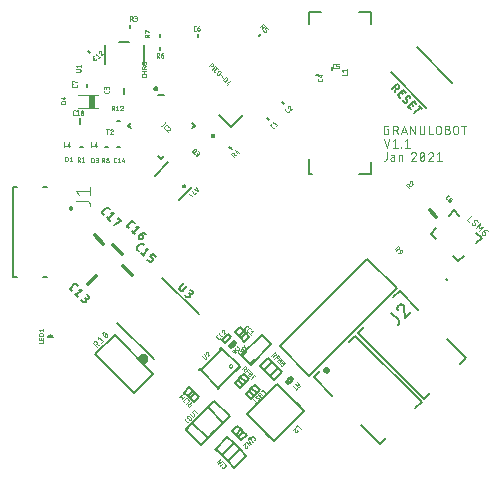
<source format=gbr>
G04 EAGLE Gerber RS-274X export*
G75*
%MOIN*%
%FSLAX34Y34*%
%LPD*%
%INSilkscreen Top*%
%IPPOS*%
%AMOC8*
5,1,8,0,0,1.08239X$1,22.5*%
G01*
%ADD10C,0.003000*%
%ADD11C,0.008000*%
%ADD12C,0.001000*%
%ADD13C,0.005000*%
%ADD14C,0.016000*%
%ADD15C,0.004000*%
%ADD16R,0.023622X0.043307*%
%ADD17R,0.001969X0.019685*%
%ADD18C,0.003937*%
%ADD19C,0.006000*%
%ADD20C,0.007000*%
%ADD21C,0.000000*%
%ADD22C,0.016000*%
%ADD23C,0.012000*%
%ADD24C,0.002000*%
%ADD25C,0.007874*%
%ADD26C,0.011811*%


D10*
X12845Y2669D02*
X12893Y2669D01*
X12893Y2508D01*
X12796Y2508D01*
X12782Y2510D01*
X12768Y2514D01*
X12756Y2522D01*
X12746Y2532D01*
X12738Y2544D01*
X12734Y2558D01*
X12732Y2572D01*
X12732Y2733D01*
X12734Y2747D01*
X12738Y2761D01*
X12746Y2773D01*
X12756Y2783D01*
X12768Y2791D01*
X12782Y2795D01*
X12796Y2797D01*
X12796Y2798D02*
X12893Y2798D01*
X13041Y2798D02*
X13041Y2508D01*
X13041Y2798D02*
X13122Y2798D01*
X13139Y2796D01*
X13155Y2791D01*
X13170Y2783D01*
X13182Y2771D01*
X13192Y2758D01*
X13199Y2742D01*
X13203Y2725D01*
X13203Y2709D01*
X13199Y2692D01*
X13192Y2677D01*
X13182Y2663D01*
X13170Y2651D01*
X13155Y2643D01*
X13139Y2638D01*
X13122Y2636D01*
X13041Y2636D01*
X13138Y2636D02*
X13202Y2508D01*
X13311Y2508D02*
X13408Y2798D01*
X13504Y2508D01*
X13480Y2580D02*
X13335Y2580D01*
X13625Y2508D02*
X13625Y2798D01*
X13786Y2508D01*
X13786Y2798D01*
X13932Y2798D02*
X13932Y2588D01*
X13931Y2588D02*
X13933Y2571D01*
X13938Y2555D01*
X13946Y2540D01*
X13958Y2528D01*
X13972Y2518D01*
X13987Y2511D01*
X14004Y2507D01*
X14020Y2507D01*
X14037Y2511D01*
X14053Y2518D01*
X14066Y2528D01*
X14078Y2540D01*
X14086Y2555D01*
X14091Y2571D01*
X14093Y2588D01*
X14093Y2798D01*
X14240Y2798D02*
X14240Y2508D01*
X14369Y2508D01*
X14479Y2588D02*
X14479Y2717D01*
X14481Y2734D01*
X14486Y2750D01*
X14494Y2765D01*
X14506Y2777D01*
X14520Y2787D01*
X14535Y2794D01*
X14552Y2798D01*
X14568Y2798D01*
X14585Y2794D01*
X14601Y2787D01*
X14614Y2777D01*
X14626Y2765D01*
X14634Y2750D01*
X14639Y2734D01*
X14641Y2717D01*
X14640Y2717D02*
X14640Y2588D01*
X14641Y2588D02*
X14639Y2571D01*
X14634Y2555D01*
X14626Y2540D01*
X14614Y2528D01*
X14601Y2518D01*
X14585Y2511D01*
X14568Y2507D01*
X14552Y2507D01*
X14535Y2511D01*
X14520Y2518D01*
X14506Y2528D01*
X14494Y2540D01*
X14486Y2555D01*
X14481Y2571D01*
X14479Y2588D01*
X14781Y2669D02*
X14862Y2669D01*
X14879Y2667D01*
X14895Y2662D01*
X14910Y2654D01*
X14922Y2642D01*
X14932Y2629D01*
X14939Y2613D01*
X14943Y2596D01*
X14943Y2580D01*
X14939Y2563D01*
X14932Y2548D01*
X14922Y2534D01*
X14910Y2522D01*
X14895Y2514D01*
X14879Y2509D01*
X14862Y2507D01*
X14862Y2508D02*
X14781Y2508D01*
X14781Y2798D01*
X14862Y2798D01*
X14862Y2797D02*
X14876Y2795D01*
X14890Y2791D01*
X14902Y2783D01*
X14912Y2773D01*
X14920Y2761D01*
X14924Y2747D01*
X14926Y2733D01*
X14924Y2719D01*
X14920Y2705D01*
X14912Y2693D01*
X14902Y2683D01*
X14890Y2675D01*
X14876Y2671D01*
X14862Y2669D01*
X15055Y2717D02*
X15055Y2588D01*
X15055Y2717D02*
X15057Y2734D01*
X15062Y2750D01*
X15070Y2765D01*
X15082Y2777D01*
X15096Y2787D01*
X15111Y2794D01*
X15128Y2798D01*
X15144Y2798D01*
X15161Y2794D01*
X15177Y2787D01*
X15190Y2777D01*
X15202Y2765D01*
X15210Y2750D01*
X15215Y2734D01*
X15217Y2717D01*
X15216Y2717D02*
X15216Y2588D01*
X15217Y2588D02*
X15215Y2571D01*
X15210Y2555D01*
X15202Y2540D01*
X15190Y2528D01*
X15177Y2518D01*
X15161Y2511D01*
X15144Y2507D01*
X15128Y2507D01*
X15111Y2511D01*
X15096Y2518D01*
X15082Y2528D01*
X15070Y2540D01*
X15062Y2555D01*
X15057Y2571D01*
X15055Y2588D01*
X15404Y2508D02*
X15404Y2798D01*
X15324Y2798D02*
X15485Y2798D01*
X12829Y2066D02*
X12732Y2356D01*
X12925Y2356D02*
X12829Y2066D01*
X13036Y2291D02*
X13117Y2356D01*
X13117Y2066D01*
X13197Y2066D02*
X13036Y2066D01*
X13310Y2066D02*
X13310Y2082D01*
X13326Y2082D01*
X13326Y2066D01*
X13310Y2066D01*
X13439Y2291D02*
X13520Y2356D01*
X13520Y2066D01*
X13600Y2066D02*
X13439Y2066D01*
X12829Y1914D02*
X12829Y1689D01*
X12828Y1689D02*
X12826Y1675D01*
X12822Y1661D01*
X12814Y1649D01*
X12804Y1639D01*
X12792Y1631D01*
X12778Y1627D01*
X12764Y1625D01*
X12764Y1624D02*
X12732Y1624D01*
X13015Y1737D02*
X13088Y1737D01*
X13015Y1737D02*
X13002Y1735D01*
X12989Y1731D01*
X12978Y1723D01*
X12969Y1713D01*
X12963Y1701D01*
X12959Y1688D01*
X12959Y1674D01*
X12963Y1661D01*
X12969Y1649D01*
X12978Y1639D01*
X12989Y1631D01*
X13002Y1627D01*
X13015Y1625D01*
X13015Y1624D02*
X13088Y1624D01*
X13088Y1769D01*
X13086Y1781D01*
X13082Y1793D01*
X13074Y1803D01*
X13064Y1811D01*
X13052Y1815D01*
X13040Y1817D01*
X13040Y1818D02*
X12975Y1818D01*
X13229Y1818D02*
X13229Y1624D01*
X13229Y1818D02*
X13310Y1818D01*
X13310Y1817D02*
X13322Y1815D01*
X13334Y1811D01*
X13344Y1803D01*
X13352Y1793D01*
X13356Y1781D01*
X13358Y1769D01*
X13358Y1624D01*
X13734Y1915D02*
X13750Y1913D01*
X13766Y1908D01*
X13780Y1899D01*
X13791Y1888D01*
X13800Y1874D01*
X13805Y1858D01*
X13807Y1842D01*
X13734Y1914D02*
X13717Y1913D01*
X13701Y1908D01*
X13686Y1901D01*
X13673Y1891D01*
X13661Y1879D01*
X13652Y1865D01*
X13646Y1850D01*
X13783Y1786D02*
X13793Y1797D01*
X13801Y1811D01*
X13805Y1826D01*
X13807Y1842D01*
X13782Y1785D02*
X13645Y1624D01*
X13806Y1624D01*
X13933Y1769D02*
X13935Y1796D01*
X13939Y1823D01*
X13947Y1849D01*
X13957Y1874D01*
X13964Y1888D01*
X13973Y1899D01*
X13985Y1908D01*
X13999Y1913D01*
X14014Y1915D01*
X14029Y1913D01*
X14043Y1908D01*
X14055Y1899D01*
X14064Y1888D01*
X14071Y1874D01*
X14081Y1849D01*
X14089Y1823D01*
X14093Y1796D01*
X14095Y1769D01*
X13933Y1769D02*
X13935Y1742D01*
X13939Y1715D01*
X13947Y1689D01*
X13957Y1664D01*
X13957Y1665D02*
X13964Y1651D01*
X13973Y1640D01*
X13985Y1631D01*
X13999Y1626D01*
X14014Y1624D01*
X14071Y1664D02*
X14081Y1689D01*
X14089Y1715D01*
X14093Y1742D01*
X14095Y1769D01*
X14071Y1665D02*
X14064Y1651D01*
X14055Y1640D01*
X14043Y1631D01*
X14029Y1626D01*
X14014Y1624D01*
X13949Y1689D02*
X14078Y1850D01*
X14310Y1915D02*
X14326Y1913D01*
X14342Y1908D01*
X14356Y1899D01*
X14367Y1888D01*
X14376Y1874D01*
X14381Y1858D01*
X14383Y1842D01*
X14310Y1914D02*
X14293Y1913D01*
X14277Y1908D01*
X14262Y1901D01*
X14249Y1891D01*
X14237Y1879D01*
X14228Y1865D01*
X14222Y1850D01*
X14359Y1786D02*
X14369Y1797D01*
X14377Y1811D01*
X14381Y1826D01*
X14383Y1842D01*
X14358Y1785D02*
X14221Y1624D01*
X14382Y1624D01*
X14509Y1850D02*
X14590Y1914D01*
X14590Y1624D01*
X14670Y1624D02*
X14509Y1624D01*
D11*
X2612Y2860D02*
X2612Y3060D01*
D12*
X2434Y3153D02*
X2400Y3153D01*
X2390Y3155D01*
X2381Y3159D01*
X2373Y3167D01*
X2369Y3176D01*
X2367Y3186D01*
X2367Y3269D01*
X2369Y3279D01*
X2373Y3288D01*
X2381Y3296D01*
X2390Y3300D01*
X2400Y3302D01*
X2400Y3303D02*
X2434Y3303D01*
X2487Y3269D02*
X2529Y3303D01*
X2529Y3153D01*
X2487Y3153D02*
X2571Y3153D01*
X2631Y3228D02*
X2632Y3247D01*
X2637Y3265D01*
X2644Y3282D01*
X2648Y3291D01*
X2655Y3297D01*
X2664Y3302D01*
X2673Y3303D01*
X2682Y3302D01*
X2691Y3297D01*
X2698Y3291D01*
X2702Y3282D01*
X2709Y3265D01*
X2714Y3247D01*
X2715Y3228D01*
X2631Y3228D02*
X2632Y3209D01*
X2637Y3191D01*
X2644Y3174D01*
X2644Y3173D02*
X2648Y3164D01*
X2655Y3158D01*
X2664Y3153D01*
X2673Y3152D01*
X2702Y3174D02*
X2709Y3191D01*
X2714Y3209D01*
X2715Y3228D01*
X2702Y3173D02*
X2698Y3164D01*
X2691Y3158D01*
X2682Y3153D01*
X2673Y3152D01*
X2640Y3186D02*
X2706Y3269D01*
D11*
X2944Y5211D02*
X2881Y5289D01*
D12*
X3135Y4992D02*
X3161Y5013D01*
X3135Y4992D02*
X3126Y4987D01*
X3116Y4985D01*
X3105Y4986D01*
X3096Y4990D01*
X3088Y4997D01*
X3036Y5062D01*
X3031Y5071D01*
X3029Y5081D01*
X3030Y5092D01*
X3034Y5101D01*
X3041Y5109D01*
X3067Y5130D01*
X3130Y5137D02*
X3142Y5189D01*
X3236Y5072D01*
X3268Y5098D02*
X3203Y5046D01*
X3257Y5283D02*
X3266Y5288D01*
X3275Y5291D01*
X3285Y5291D01*
X3295Y5288D01*
X3303Y5284D01*
X3311Y5277D01*
X3258Y5281D02*
X3250Y5273D01*
X3244Y5262D01*
X3240Y5251D01*
X3240Y5239D01*
X3243Y5227D01*
X3319Y5246D02*
X3319Y5256D01*
X3316Y5267D01*
X3310Y5276D01*
X3319Y5246D02*
X3315Y5136D01*
X3381Y5188D01*
D11*
X7595Y2090D02*
X7665Y2020D01*
D12*
X7649Y1856D02*
X7755Y1750D01*
X7649Y1856D02*
X7678Y1885D01*
X7678Y1886D02*
X7688Y1893D01*
X7699Y1897D01*
X7711Y1898D01*
X7723Y1895D01*
X7733Y1890D01*
X7742Y1881D01*
X7747Y1871D01*
X7750Y1859D01*
X7749Y1847D01*
X7745Y1836D01*
X7738Y1826D01*
X7737Y1826D02*
X7708Y1797D01*
X7743Y1832D02*
X7814Y1808D01*
X7833Y1874D02*
X7774Y1980D01*
X7833Y1874D02*
X7892Y1933D01*
X7897Y1892D02*
X7850Y1939D01*
D11*
X5093Y4037D02*
X5095Y4050D01*
X5100Y4063D01*
X5109Y4074D01*
X5120Y4081D01*
X5133Y4086D01*
X5146Y4087D01*
X5160Y4084D01*
X5172Y4078D01*
X5182Y4069D01*
X5189Y4057D01*
X5193Y4044D01*
X5193Y4030D01*
X5189Y4017D01*
X5182Y4005D01*
X5172Y3996D01*
X5160Y3990D01*
X5146Y3987D01*
X5133Y3988D01*
X5120Y3993D01*
X5109Y4000D01*
X5100Y4011D01*
X5095Y4024D01*
X5093Y4037D01*
X5223Y1784D02*
X5320Y1686D01*
X5417Y1784D01*
X4304Y2703D02*
X4206Y2800D01*
X4304Y2897D01*
X6336Y2703D02*
X6434Y2800D01*
X6336Y2897D01*
X5417Y3816D02*
X5223Y3816D01*
D12*
X5445Y2894D02*
X5339Y2788D01*
X5327Y2800D02*
X5351Y2776D01*
X5457Y2882D02*
X5433Y2906D01*
X5414Y2713D02*
X5438Y2689D01*
X5415Y2713D02*
X5409Y2721D01*
X5405Y2731D01*
X5405Y2741D01*
X5409Y2751D01*
X5415Y2759D01*
X5414Y2760D02*
X5473Y2819D01*
X5474Y2818D02*
X5482Y2824D01*
X5492Y2828D01*
X5502Y2828D01*
X5512Y2824D01*
X5520Y2818D01*
X5520Y2819D02*
X5544Y2795D01*
X5614Y2725D02*
X5620Y2718D01*
X5624Y2709D01*
X5625Y2699D01*
X5624Y2689D01*
X5620Y2681D01*
X5614Y2673D01*
X5614Y2725D02*
X5604Y2732D01*
X5593Y2737D01*
X5581Y2739D01*
X5569Y2738D01*
X5558Y2734D01*
X5585Y2660D02*
X5596Y2661D01*
X5606Y2665D01*
X5614Y2672D01*
X5585Y2660D02*
X5476Y2651D01*
X5535Y2592D01*
D11*
X3950Y2100D02*
X3850Y2100D01*
D12*
X3814Y1570D02*
X3781Y1570D01*
X3771Y1572D01*
X3762Y1576D01*
X3754Y1584D01*
X3750Y1593D01*
X3748Y1603D01*
X3747Y1603D02*
X3747Y1687D01*
X3748Y1687D02*
X3750Y1697D01*
X3754Y1706D01*
X3762Y1714D01*
X3771Y1718D01*
X3781Y1720D01*
X3814Y1720D01*
X3868Y1687D02*
X3909Y1720D01*
X3909Y1570D01*
X3868Y1570D02*
X3951Y1570D01*
X4012Y1603D02*
X4045Y1720D01*
X4012Y1603D02*
X4095Y1603D01*
X4070Y1570D02*
X4070Y1637D01*
D11*
X3550Y2100D02*
X3450Y2100D01*
D12*
X3343Y1718D02*
X3343Y1568D01*
X3343Y1718D02*
X3384Y1718D01*
X3396Y1716D01*
X3407Y1711D01*
X3416Y1704D01*
X3422Y1693D01*
X3426Y1682D01*
X3426Y1670D01*
X3422Y1659D01*
X3416Y1648D01*
X3407Y1641D01*
X3396Y1636D01*
X3384Y1634D01*
X3343Y1634D01*
X3393Y1634D02*
X3426Y1568D01*
X3485Y1609D02*
X3487Y1621D01*
X3492Y1632D01*
X3499Y1641D01*
X3510Y1647D01*
X3521Y1651D01*
X3533Y1651D01*
X3544Y1647D01*
X3555Y1641D01*
X3562Y1632D01*
X3567Y1621D01*
X3569Y1609D01*
X3567Y1597D01*
X3562Y1586D01*
X3555Y1577D01*
X3544Y1571D01*
X3533Y1567D01*
X3521Y1567D01*
X3510Y1571D01*
X3499Y1577D01*
X3492Y1586D01*
X3487Y1597D01*
X3485Y1609D01*
X3494Y1684D02*
X3496Y1694D01*
X3500Y1703D01*
X3508Y1711D01*
X3517Y1715D01*
X3527Y1717D01*
X3537Y1715D01*
X3546Y1711D01*
X3554Y1703D01*
X3558Y1694D01*
X3560Y1684D01*
X3558Y1674D01*
X3554Y1665D01*
X3546Y1657D01*
X3537Y1653D01*
X3527Y1651D01*
X3517Y1653D01*
X3508Y1657D01*
X3500Y1665D01*
X3496Y1674D01*
X3494Y1684D01*
D13*
X7650Y2765D02*
X8039Y3154D01*
X7650Y2765D02*
X7261Y3154D01*
D12*
X6909Y4772D02*
X7015Y4878D01*
X7045Y4848D01*
X7045Y4849D02*
X7052Y4839D01*
X7056Y4828D01*
X7057Y4816D01*
X7054Y4804D01*
X7049Y4794D01*
X7040Y4785D01*
X7030Y4780D01*
X7018Y4777D01*
X7006Y4778D01*
X6995Y4782D01*
X6985Y4789D01*
X6986Y4789D02*
X6956Y4819D01*
X7015Y4666D02*
X7121Y4772D01*
X7027Y4654D02*
X7003Y4677D01*
X7110Y4783D02*
X7133Y4760D01*
X7091Y4590D02*
X7114Y4567D01*
X7091Y4591D02*
X7085Y4599D01*
X7081Y4609D01*
X7081Y4619D01*
X7085Y4629D01*
X7091Y4637D01*
X7149Y4696D01*
X7150Y4696D02*
X7158Y4702D01*
X7168Y4706D01*
X7178Y4706D01*
X7188Y4702D01*
X7196Y4696D01*
X7197Y4696D02*
X7220Y4673D01*
X7229Y4605D02*
X7182Y4558D01*
X7228Y4606D02*
X7238Y4613D01*
X7249Y4617D01*
X7261Y4618D01*
X7273Y4615D01*
X7283Y4610D01*
X7292Y4601D01*
X7297Y4591D01*
X7300Y4579D01*
X7299Y4567D01*
X7295Y4556D01*
X7288Y4546D01*
X7240Y4499D01*
X7241Y4499D02*
X7231Y4492D01*
X7220Y4488D01*
X7208Y4487D01*
X7196Y4490D01*
X7186Y4495D01*
X7177Y4504D01*
X7172Y4514D01*
X7169Y4526D01*
X7170Y4538D01*
X7174Y4549D01*
X7181Y4559D01*
X7296Y4467D02*
X7367Y4397D01*
X7373Y4308D02*
X7479Y4414D01*
X7508Y4385D01*
X7509Y4385D02*
X7515Y4376D01*
X7520Y4366D01*
X7521Y4355D01*
X7520Y4344D01*
X7515Y4334D01*
X7509Y4325D01*
X7508Y4326D02*
X7461Y4279D01*
X7462Y4278D02*
X7453Y4272D01*
X7443Y4267D01*
X7432Y4266D01*
X7421Y4267D01*
X7411Y4272D01*
X7402Y4278D01*
X7402Y4279D02*
X7373Y4308D01*
X7501Y4226D02*
X7608Y4285D01*
X7501Y4226D02*
X7560Y4167D01*
X7519Y4162D02*
X7566Y4209D01*
D11*
X8830Y3045D02*
X8900Y2975D01*
D12*
X9100Y2752D02*
X9076Y2728D01*
X9075Y2729D02*
X9067Y2723D01*
X9057Y2719D01*
X9047Y2719D01*
X9037Y2723D01*
X9029Y2729D01*
X9029Y2728D02*
X8970Y2787D01*
X8971Y2788D02*
X8965Y2796D01*
X8961Y2806D01*
X8961Y2816D01*
X8965Y2826D01*
X8971Y2834D01*
X8970Y2834D02*
X8994Y2858D01*
X9055Y2872D02*
X9061Y2925D01*
X9167Y2819D01*
X9138Y2790D02*
X9197Y2849D01*
D14*
X7032Y2460D03*
D12*
X6416Y2012D02*
X6369Y1964D01*
X6416Y2012D02*
X6426Y2019D01*
X6437Y2023D01*
X6449Y2024D01*
X6461Y2021D01*
X6471Y2016D01*
X6480Y2007D01*
X6485Y1997D01*
X6488Y1985D01*
X6487Y1973D01*
X6483Y1962D01*
X6476Y1952D01*
X6475Y1953D02*
X6428Y1906D01*
X6428Y1905D02*
X6418Y1898D01*
X6407Y1894D01*
X6395Y1893D01*
X6383Y1896D01*
X6373Y1901D01*
X6364Y1910D01*
X6359Y1920D01*
X6356Y1932D01*
X6357Y1944D01*
X6361Y1955D01*
X6368Y1965D01*
X6410Y1911D02*
X6410Y1864D01*
X6439Y1835D02*
X6469Y1806D01*
X6468Y1805D02*
X6478Y1798D01*
X6489Y1794D01*
X6501Y1793D01*
X6513Y1796D01*
X6523Y1801D01*
X6532Y1810D01*
X6537Y1820D01*
X6540Y1832D01*
X6539Y1844D01*
X6535Y1855D01*
X6528Y1865D01*
X6581Y1906D02*
X6546Y1941D01*
X6580Y1905D02*
X6586Y1897D01*
X6590Y1887D01*
X6590Y1877D01*
X6586Y1867D01*
X6580Y1859D01*
X6572Y1853D01*
X6562Y1849D01*
X6552Y1849D01*
X6542Y1853D01*
X6534Y1859D01*
X6510Y1882D01*
D11*
X9355Y3575D02*
X9425Y3505D01*
D12*
X9587Y3267D02*
X9563Y3244D01*
X9555Y3238D01*
X9545Y3234D01*
X9535Y3234D01*
X9525Y3238D01*
X9517Y3244D01*
X9516Y3244D02*
X9457Y3303D01*
X9458Y3303D02*
X9452Y3311D01*
X9448Y3321D01*
X9448Y3331D01*
X9452Y3341D01*
X9458Y3349D01*
X9457Y3350D02*
X9481Y3374D01*
X9550Y3444D02*
X9560Y3451D01*
X9571Y3455D01*
X9583Y3455D01*
X9594Y3451D01*
X9604Y3444D01*
X9551Y3444D02*
X9544Y3434D01*
X9539Y3423D01*
X9537Y3411D01*
X9538Y3399D01*
X9542Y3388D01*
X9616Y3414D02*
X9615Y3425D01*
X9611Y3435D01*
X9604Y3443D01*
X9616Y3414D02*
X9625Y3305D01*
X9684Y3364D01*
D15*
X3220Y3373D02*
X2550Y3373D01*
X2550Y3807D02*
X3220Y3807D01*
D16*
X3023Y3590D03*
D12*
X2128Y3523D02*
X1978Y3523D01*
X1978Y3565D01*
X1977Y3565D02*
X1978Y3576D01*
X1983Y3586D01*
X1989Y3595D01*
X1998Y3601D01*
X2008Y3606D01*
X2019Y3607D01*
X2019Y3606D02*
X2086Y3606D01*
X2086Y3607D02*
X2097Y3606D01*
X2107Y3601D01*
X2116Y3595D01*
X2122Y3586D01*
X2127Y3576D01*
X2128Y3565D01*
X2128Y3523D01*
X2094Y3672D02*
X1978Y3705D01*
X2094Y3672D02*
X2094Y3755D01*
X2061Y3730D02*
X2128Y3730D01*
D11*
X3430Y4850D02*
X3430Y5480D01*
X4730Y5480D02*
X4730Y4850D01*
X4237Y5578D02*
X3923Y5578D01*
D12*
X4820Y4471D02*
X4820Y4437D01*
X4818Y4427D01*
X4814Y4418D01*
X4806Y4410D01*
X4797Y4406D01*
X4787Y4404D01*
X4703Y4404D01*
X4693Y4406D01*
X4684Y4410D01*
X4676Y4418D01*
X4672Y4427D01*
X4670Y4437D01*
X4670Y4471D01*
X4670Y4529D02*
X4820Y4529D01*
X4737Y4529D02*
X4737Y4613D01*
X4670Y4613D02*
X4820Y4613D01*
X4820Y4684D02*
X4670Y4684D01*
X4670Y4725D01*
X4672Y4737D01*
X4677Y4748D01*
X4684Y4757D01*
X4695Y4763D01*
X4706Y4767D01*
X4718Y4767D01*
X4729Y4763D01*
X4740Y4757D01*
X4747Y4748D01*
X4752Y4737D01*
X4754Y4725D01*
X4753Y4725D02*
X4753Y4684D01*
X4753Y4734D02*
X4820Y4767D01*
X4737Y4890D02*
X4737Y4915D01*
X4820Y4915D01*
X4820Y4865D01*
X4818Y4855D01*
X4814Y4846D01*
X4806Y4838D01*
X4797Y4834D01*
X4787Y4832D01*
X4703Y4832D01*
X4693Y4834D01*
X4684Y4838D01*
X4676Y4846D01*
X4672Y4855D01*
X4670Y4865D01*
X4670Y4915D01*
D11*
X2700Y2100D02*
X2600Y2100D01*
D12*
X2530Y1743D02*
X2530Y1593D01*
X2530Y1743D02*
X2572Y1743D01*
X2584Y1741D01*
X2595Y1736D01*
X2604Y1729D01*
X2610Y1718D01*
X2614Y1707D01*
X2614Y1695D01*
X2610Y1684D01*
X2604Y1673D01*
X2595Y1666D01*
X2584Y1661D01*
X2572Y1659D01*
X2530Y1659D01*
X2580Y1659D02*
X2613Y1593D01*
X2673Y1709D02*
X2715Y1743D01*
X2715Y1593D01*
X2673Y1593D02*
X2757Y1593D01*
D11*
X4095Y3860D02*
X4095Y4060D01*
D12*
X3570Y3953D02*
X3570Y3920D01*
X3568Y3910D01*
X3564Y3901D01*
X3556Y3893D01*
X3547Y3889D01*
X3537Y3887D01*
X3537Y3886D02*
X3453Y3886D01*
X3453Y3887D02*
X3443Y3889D01*
X3434Y3893D01*
X3426Y3901D01*
X3422Y3910D01*
X3420Y3920D01*
X3420Y3953D01*
X3570Y4007D02*
X3570Y4048D01*
X3568Y4060D01*
X3563Y4071D01*
X3556Y4080D01*
X3545Y4086D01*
X3534Y4090D01*
X3522Y4090D01*
X3511Y4086D01*
X3500Y4080D01*
X3493Y4071D01*
X3488Y4060D01*
X3486Y4048D01*
X3420Y4057D02*
X3420Y4007D01*
X3420Y4057D02*
X3422Y4067D01*
X3426Y4076D01*
X3434Y4084D01*
X3443Y4088D01*
X3453Y4090D01*
X3463Y4088D01*
X3472Y4084D01*
X3480Y4076D01*
X3484Y4067D01*
X3486Y4057D01*
X3487Y4057D02*
X3487Y4023D01*
D11*
X4275Y6050D02*
X4275Y6150D01*
D12*
X4280Y6293D02*
X4280Y6443D01*
X4322Y6443D01*
X4334Y6441D01*
X4345Y6436D01*
X4354Y6429D01*
X4360Y6418D01*
X4364Y6407D01*
X4364Y6395D01*
X4360Y6384D01*
X4354Y6373D01*
X4345Y6366D01*
X4334Y6361D01*
X4322Y6359D01*
X4280Y6359D01*
X4330Y6359D02*
X4363Y6293D01*
X4423Y6293D02*
X4465Y6293D01*
X4465Y6292D02*
X4477Y6294D01*
X4488Y6299D01*
X4497Y6306D01*
X4503Y6317D01*
X4507Y6328D01*
X4507Y6340D01*
X4503Y6351D01*
X4497Y6362D01*
X4488Y6369D01*
X4477Y6374D01*
X4465Y6376D01*
X4473Y6443D02*
X4423Y6443D01*
X4473Y6442D02*
X4483Y6440D01*
X4492Y6436D01*
X4500Y6428D01*
X4504Y6419D01*
X4506Y6409D01*
X4504Y6399D01*
X4500Y6390D01*
X4492Y6382D01*
X4483Y6378D01*
X4473Y6376D01*
X4440Y6376D01*
D11*
X11025Y4755D02*
X11025Y4655D01*
D12*
X11063Y4710D02*
X11097Y4710D01*
X11063Y4710D02*
X11053Y4712D01*
X11044Y4716D01*
X11036Y4724D01*
X11032Y4733D01*
X11030Y4743D01*
X11030Y4827D01*
X11032Y4837D01*
X11036Y4846D01*
X11044Y4854D01*
X11053Y4858D01*
X11063Y4860D01*
X11097Y4860D01*
X11150Y4710D02*
X11200Y4710D01*
X11210Y4712D01*
X11219Y4716D01*
X11227Y4724D01*
X11231Y4733D01*
X11233Y4743D01*
X11234Y4743D02*
X11234Y4760D01*
X11233Y4760D02*
X11231Y4770D01*
X11227Y4779D01*
X11219Y4787D01*
X11210Y4791D01*
X11200Y4793D01*
X11150Y4793D01*
X11150Y4860D01*
X11234Y4860D01*
D17*
X2111Y2150D03*
X2289Y2150D03*
D18*
X2200Y2111D02*
X2121Y2111D01*
X2200Y2111D02*
X2279Y2111D01*
X2200Y2111D02*
X2200Y2189D01*
D12*
X2113Y1758D02*
X2113Y1608D01*
X2113Y1758D02*
X2155Y1758D01*
X2166Y1757D01*
X2176Y1752D01*
X2185Y1746D01*
X2191Y1737D01*
X2196Y1727D01*
X2197Y1716D01*
X2196Y1716D02*
X2196Y1649D01*
X2197Y1649D02*
X2196Y1638D01*
X2191Y1628D01*
X2185Y1619D01*
X2176Y1613D01*
X2166Y1608D01*
X2155Y1607D01*
X2155Y1608D02*
X2113Y1608D01*
X2262Y1724D02*
X2303Y1758D01*
X2303Y1608D01*
X2262Y1608D02*
X2345Y1608D01*
D17*
X3011Y2150D03*
X3189Y2150D03*
D18*
X3100Y2111D02*
X3021Y2111D01*
X3100Y2111D02*
X3179Y2111D01*
X3100Y2111D02*
X3100Y2189D01*
D12*
X2988Y1720D02*
X2988Y1570D01*
X2988Y1720D02*
X3030Y1720D01*
X3041Y1719D01*
X3051Y1714D01*
X3060Y1708D01*
X3066Y1699D01*
X3071Y1689D01*
X3072Y1678D01*
X3071Y1678D02*
X3071Y1612D01*
X3072Y1612D02*
X3071Y1601D01*
X3066Y1591D01*
X3060Y1582D01*
X3051Y1576D01*
X3041Y1571D01*
X3030Y1570D01*
X2988Y1570D01*
X3137Y1570D02*
X3178Y1570D01*
X3190Y1572D01*
X3201Y1577D01*
X3210Y1584D01*
X3216Y1595D01*
X3220Y1606D01*
X3220Y1618D01*
X3216Y1629D01*
X3210Y1640D01*
X3201Y1647D01*
X3190Y1652D01*
X3178Y1654D01*
X3187Y1720D02*
X3137Y1720D01*
X3187Y1720D02*
X3197Y1718D01*
X3206Y1714D01*
X3214Y1706D01*
X3218Y1697D01*
X3220Y1687D01*
X3218Y1677D01*
X3214Y1668D01*
X3206Y1660D01*
X3197Y1656D01*
X3187Y1654D01*
X3187Y1653D02*
X3153Y1653D01*
D11*
X5285Y5320D02*
X5285Y5420D01*
D12*
X5165Y5213D02*
X5165Y5063D01*
X5165Y5213D02*
X5207Y5213D01*
X5219Y5211D01*
X5230Y5206D01*
X5239Y5199D01*
X5245Y5188D01*
X5249Y5177D01*
X5249Y5165D01*
X5245Y5154D01*
X5239Y5143D01*
X5230Y5136D01*
X5219Y5131D01*
X5207Y5129D01*
X5165Y5129D01*
X5215Y5129D02*
X5248Y5063D01*
X5308Y5146D02*
X5358Y5146D01*
X5368Y5144D01*
X5377Y5140D01*
X5385Y5132D01*
X5389Y5123D01*
X5391Y5113D01*
X5392Y5113D02*
X5392Y5104D01*
X5390Y5092D01*
X5385Y5081D01*
X5378Y5072D01*
X5367Y5066D01*
X5356Y5062D01*
X5344Y5062D01*
X5333Y5066D01*
X5322Y5072D01*
X5315Y5081D01*
X5310Y5092D01*
X5308Y5104D01*
X5308Y5146D01*
X5310Y5161D01*
X5315Y5175D01*
X5323Y5188D01*
X5333Y5198D01*
X5346Y5206D01*
X5360Y5211D01*
X5375Y5213D01*
D11*
X5285Y5750D02*
X5285Y5850D01*
D12*
X4918Y5741D02*
X4768Y5741D01*
X4768Y5783D01*
X4767Y5783D02*
X4769Y5795D01*
X4774Y5806D01*
X4781Y5815D01*
X4792Y5821D01*
X4803Y5825D01*
X4815Y5825D01*
X4826Y5821D01*
X4837Y5815D01*
X4844Y5806D01*
X4849Y5795D01*
X4851Y5783D01*
X4851Y5741D01*
X4851Y5791D02*
X4918Y5824D01*
X4784Y5884D02*
X4768Y5884D01*
X4768Y5968D01*
X4918Y5926D01*
X3524Y2678D02*
X3524Y2528D01*
X3483Y2678D02*
X3566Y2678D01*
X3663Y2678D02*
X3673Y2677D01*
X3682Y2673D01*
X3690Y2667D01*
X3696Y2659D01*
X3700Y2650D01*
X3701Y2640D01*
X3663Y2677D02*
X3651Y2675D01*
X3640Y2671D01*
X3630Y2664D01*
X3622Y2655D01*
X3617Y2644D01*
X3688Y2611D02*
X3694Y2619D01*
X3699Y2629D01*
X3700Y2640D01*
X3688Y2611D02*
X3617Y2528D01*
X3700Y2528D01*
D11*
X3850Y2960D02*
X3950Y2960D01*
D12*
X3664Y3308D02*
X3664Y3458D01*
X3706Y3458D01*
X3718Y3456D01*
X3729Y3451D01*
X3738Y3444D01*
X3744Y3433D01*
X3748Y3422D01*
X3748Y3410D01*
X3744Y3399D01*
X3738Y3388D01*
X3729Y3381D01*
X3718Y3376D01*
X3706Y3374D01*
X3664Y3374D01*
X3714Y3374D02*
X3748Y3308D01*
X3808Y3424D02*
X3849Y3458D01*
X3849Y3308D01*
X3808Y3308D02*
X3891Y3308D01*
X4036Y3420D02*
X4035Y3430D01*
X4031Y3439D01*
X4025Y3447D01*
X4017Y3453D01*
X4008Y3457D01*
X3998Y3458D01*
X3998Y3457D02*
X3986Y3455D01*
X3975Y3451D01*
X3965Y3444D01*
X3957Y3435D01*
X3952Y3424D01*
X4023Y3391D02*
X4029Y3399D01*
X4034Y3409D01*
X4035Y3420D01*
X4023Y3391D02*
X3952Y3308D01*
X4035Y3308D01*
D11*
X2850Y4100D02*
X2850Y4200D01*
D12*
X2505Y4145D02*
X2505Y4112D01*
X2503Y4102D01*
X2499Y4093D01*
X2491Y4085D01*
X2482Y4081D01*
X2472Y4079D01*
X2388Y4079D01*
X2378Y4081D01*
X2369Y4085D01*
X2361Y4093D01*
X2357Y4102D01*
X2355Y4112D01*
X2355Y4145D01*
X2355Y4199D02*
X2372Y4199D01*
X2355Y4199D02*
X2355Y4283D01*
X2505Y4241D01*
D13*
X1704Y-4251D02*
X1586Y-4251D01*
X1626Y-4172D02*
X1704Y-4251D01*
X1626Y-4172D02*
X1547Y-4251D01*
X1586Y-4251D01*
X1626Y-4211D01*
D12*
X1388Y-4464D02*
X1238Y-4464D01*
X1388Y-4464D02*
X1388Y-4397D01*
X1388Y-4339D02*
X1388Y-4273D01*
X1388Y-4339D02*
X1238Y-4339D01*
X1238Y-4273D01*
X1304Y-4289D02*
X1304Y-4339D01*
X1238Y-4215D02*
X1388Y-4215D01*
X1238Y-4215D02*
X1238Y-4173D01*
X1237Y-4173D02*
X1238Y-4162D01*
X1243Y-4152D01*
X1249Y-4143D01*
X1258Y-4137D01*
X1268Y-4132D01*
X1279Y-4131D01*
X1346Y-4131D01*
X1357Y-4132D01*
X1367Y-4137D01*
X1376Y-4143D01*
X1382Y-4152D01*
X1387Y-4162D01*
X1388Y-4173D01*
X1388Y-4215D01*
X1271Y-4066D02*
X1238Y-4024D01*
X1388Y-4024D01*
X1388Y-3983D02*
X1388Y-4066D01*
D13*
X10250Y1180D02*
X10350Y1180D01*
X10250Y1180D02*
X10250Y1680D01*
X10250Y6200D02*
X10250Y6593D01*
X10644Y6593D01*
X11915Y6593D02*
X12309Y6593D01*
X12309Y6200D01*
X12310Y1574D02*
X12310Y1180D01*
X12309Y1180D02*
X11915Y1180D01*
D18*
X3031Y5024D02*
X3033Y5034D01*
X3038Y5042D01*
X3046Y5048D01*
X3056Y5051D01*
X3065Y5050D01*
X3074Y5046D01*
X3081Y5038D01*
X3085Y5029D01*
X3085Y5019D01*
X3081Y5010D01*
X3074Y5002D01*
X3065Y4998D01*
X3056Y4997D01*
X3046Y5000D01*
X3038Y5006D01*
X3033Y5014D01*
X3031Y5024D01*
D12*
X2588Y4588D02*
X2480Y4588D01*
X2588Y4588D02*
X2600Y4590D01*
X2611Y4595D01*
X2620Y4602D01*
X2626Y4613D01*
X2630Y4624D01*
X2630Y4636D01*
X2626Y4647D01*
X2620Y4658D01*
X2611Y4665D01*
X2600Y4670D01*
X2588Y4672D01*
X2588Y4671D02*
X2480Y4671D01*
X2513Y4737D02*
X2480Y4778D01*
X2630Y4778D01*
X2630Y4737D02*
X2630Y4820D01*
D11*
X8575Y5785D02*
X8645Y5855D01*
D12*
X8617Y6070D02*
X8723Y6176D01*
X8753Y6147D01*
X8760Y6137D01*
X8764Y6126D01*
X8765Y6114D01*
X8762Y6102D01*
X8757Y6092D01*
X8748Y6083D01*
X8738Y6078D01*
X8726Y6075D01*
X8714Y6076D01*
X8703Y6080D01*
X8693Y6087D01*
X8694Y6088D02*
X8664Y6117D01*
X8700Y6082D02*
X8676Y6011D01*
X8718Y5969D02*
X8754Y5933D01*
X8754Y5934D02*
X8762Y5928D01*
X8772Y5924D01*
X8782Y5924D01*
X8792Y5928D01*
X8800Y5934D01*
X8801Y5933D02*
X8813Y5945D01*
X8812Y5946D02*
X8818Y5954D01*
X8822Y5964D01*
X8822Y5974D01*
X8818Y5984D01*
X8812Y5992D01*
X8813Y5992D02*
X8777Y6028D01*
X8824Y6075D01*
X8883Y6016D01*
D11*
X6550Y5850D02*
X6550Y5750D01*
D12*
X6470Y5958D02*
X6437Y5958D01*
X6427Y5960D01*
X6418Y5964D01*
X6410Y5972D01*
X6406Y5981D01*
X6404Y5991D01*
X6404Y6074D01*
X6406Y6084D01*
X6410Y6093D01*
X6418Y6101D01*
X6427Y6105D01*
X6437Y6107D01*
X6437Y6108D02*
X6470Y6108D01*
X6524Y6041D02*
X6574Y6041D01*
X6584Y6039D01*
X6593Y6035D01*
X6601Y6027D01*
X6605Y6018D01*
X6607Y6008D01*
X6608Y6008D02*
X6608Y5999D01*
X6606Y5987D01*
X6601Y5976D01*
X6594Y5967D01*
X6583Y5961D01*
X6572Y5957D01*
X6560Y5957D01*
X6549Y5961D01*
X6538Y5967D01*
X6531Y5976D01*
X6526Y5987D01*
X6524Y5999D01*
X6524Y6041D01*
X6526Y6056D01*
X6531Y6070D01*
X6539Y6083D01*
X6549Y6093D01*
X6562Y6101D01*
X6576Y6106D01*
X6591Y6108D01*
X11355Y4480D02*
X11505Y4480D01*
X11505Y4547D01*
X11388Y4600D02*
X11355Y4641D01*
X11505Y4641D01*
X11505Y4600D02*
X11505Y4683D01*
D11*
X10575Y4500D02*
X10475Y4500D01*
D12*
X10680Y4358D02*
X10680Y4325D01*
X10678Y4315D01*
X10674Y4306D01*
X10666Y4298D01*
X10657Y4294D01*
X10647Y4292D01*
X10647Y4291D02*
X10563Y4291D01*
X10563Y4292D02*
X10553Y4294D01*
X10544Y4298D01*
X10536Y4306D01*
X10532Y4315D01*
X10530Y4325D01*
X10530Y4358D01*
X10530Y4445D02*
X10647Y4412D01*
X10647Y4495D01*
X10680Y4470D02*
X10613Y4470D01*
D19*
X9212Y-5288D02*
X8943Y-5557D01*
X9084Y-5698D01*
X9353Y-5430D02*
X9212Y-5288D01*
X9014Y-5090D02*
X8745Y-5359D01*
X9014Y-5090D02*
X8872Y-4949D01*
X8603Y-5217D02*
X8745Y-5359D01*
X9014Y-5090D02*
X9212Y-5288D01*
X8872Y-4949D02*
X8603Y-5217D01*
X8745Y-5359D02*
X8943Y-5557D01*
X9084Y-5698D02*
X9353Y-5430D01*
D12*
X8991Y-4867D02*
X9097Y-4761D01*
X9126Y-4790D01*
X9127Y-4790D02*
X9134Y-4800D01*
X9138Y-4811D01*
X9139Y-4823D01*
X9136Y-4835D01*
X9131Y-4845D01*
X9122Y-4854D01*
X9112Y-4859D01*
X9100Y-4862D01*
X9088Y-4861D01*
X9077Y-4857D01*
X9067Y-4850D01*
X9067Y-4849D02*
X9038Y-4820D01*
X9073Y-4855D02*
X9049Y-4926D01*
X9095Y-4972D02*
X9201Y-4865D01*
X9249Y-4913D01*
X9201Y-4960D02*
X9154Y-4913D01*
X9244Y-5002D02*
X9273Y-5031D01*
X9274Y-5031D02*
X9281Y-5041D01*
X9285Y-5052D01*
X9286Y-5064D01*
X9283Y-5076D01*
X9278Y-5086D01*
X9269Y-5095D01*
X9259Y-5100D01*
X9247Y-5103D01*
X9235Y-5102D01*
X9224Y-5098D01*
X9214Y-5091D01*
X9214Y-5090D02*
X9185Y-5061D01*
X9291Y-4955D01*
X9320Y-4984D01*
X9320Y-4985D02*
X9326Y-4993D01*
X9330Y-5003D01*
X9330Y-5013D01*
X9326Y-5023D01*
X9320Y-5031D01*
X9312Y-5037D01*
X9302Y-5041D01*
X9292Y-5041D01*
X9282Y-5037D01*
X9274Y-5031D01*
X9345Y-5104D02*
X9375Y-5133D01*
X9382Y-5143D01*
X9386Y-5154D01*
X9387Y-5166D01*
X9384Y-5178D01*
X9379Y-5188D01*
X9370Y-5197D01*
X9360Y-5202D01*
X9348Y-5205D01*
X9336Y-5204D01*
X9325Y-5200D01*
X9315Y-5193D01*
X9316Y-5192D02*
X9287Y-5163D01*
X9393Y-5057D01*
X9422Y-5086D01*
X9422Y-5087D02*
X9428Y-5095D01*
X9432Y-5105D01*
X9432Y-5115D01*
X9428Y-5125D01*
X9422Y-5133D01*
X9414Y-5139D01*
X9404Y-5143D01*
X9394Y-5143D01*
X9384Y-5139D01*
X9376Y-5133D01*
D19*
X7543Y-4147D02*
X7345Y-4345D01*
X7444Y-4444D01*
X7642Y-4246D02*
X7543Y-4147D01*
X7642Y-4246D02*
X7444Y-4444D01*
D12*
X7294Y-4280D02*
X7270Y-4303D01*
X7262Y-4309D01*
X7252Y-4313D01*
X7242Y-4313D01*
X7232Y-4309D01*
X7224Y-4303D01*
X7223Y-4303D02*
X7164Y-4244D01*
X7165Y-4244D02*
X7159Y-4236D01*
X7155Y-4226D01*
X7155Y-4216D01*
X7159Y-4206D01*
X7165Y-4198D01*
X7164Y-4197D02*
X7188Y-4174D01*
X7355Y-4219D02*
X7379Y-4195D01*
X7355Y-4218D02*
X7347Y-4224D01*
X7337Y-4228D01*
X7327Y-4228D01*
X7317Y-4224D01*
X7309Y-4218D01*
X7308Y-4219D02*
X7249Y-4160D01*
X7250Y-4159D02*
X7244Y-4151D01*
X7240Y-4141D01*
X7240Y-4131D01*
X7244Y-4121D01*
X7250Y-4113D01*
X7249Y-4112D02*
X7273Y-4089D01*
X7343Y-4018D02*
X7353Y-4011D01*
X7364Y-4007D01*
X7376Y-4007D01*
X7387Y-4011D01*
X7397Y-4018D01*
X7343Y-4019D02*
X7336Y-4029D01*
X7331Y-4040D01*
X7329Y-4052D01*
X7330Y-4064D01*
X7334Y-4075D01*
X7408Y-4048D02*
X7407Y-4037D01*
X7403Y-4027D01*
X7396Y-4019D01*
X7408Y-4048D02*
X7417Y-4157D01*
X7476Y-4098D01*
D19*
X8052Y-7415D02*
X7882Y-7584D01*
X7995Y-7698D01*
X8165Y-7528D02*
X8052Y-7415D01*
X7967Y-7330D02*
X7804Y-7507D01*
X7967Y-7330D02*
X7854Y-7217D01*
X7684Y-7386D02*
X7804Y-7507D01*
X7967Y-7330D02*
X8052Y-7415D01*
X7854Y-7217D02*
X7684Y-7386D01*
X7804Y-7507D02*
X7882Y-7584D01*
X7995Y-7698D02*
X8165Y-7528D01*
D12*
X8311Y-7592D02*
X8334Y-7568D01*
X8335Y-7569D02*
X8343Y-7563D01*
X8353Y-7559D01*
X8363Y-7559D01*
X8373Y-7563D01*
X8381Y-7569D01*
X8382Y-7568D02*
X8441Y-7627D01*
X8440Y-7627D02*
X8446Y-7635D01*
X8450Y-7645D01*
X8450Y-7655D01*
X8446Y-7665D01*
X8440Y-7673D01*
X8441Y-7674D02*
X8417Y-7698D01*
X8370Y-7745D02*
X8264Y-7639D01*
X8276Y-7627D02*
X8252Y-7650D01*
X8358Y-7756D02*
X8382Y-7733D01*
X8315Y-7800D02*
X8208Y-7694D01*
X8150Y-7753D02*
X8315Y-7800D01*
X8256Y-7859D02*
X8150Y-7753D01*
X8124Y-7937D02*
X8132Y-7943D01*
X8140Y-7947D01*
X8150Y-7948D01*
X8160Y-7947D01*
X8169Y-7943D01*
X8176Y-7937D01*
X8177Y-7938D02*
X8184Y-7928D01*
X8189Y-7917D01*
X8191Y-7905D01*
X8190Y-7893D01*
X8186Y-7882D01*
X8112Y-7908D02*
X8113Y-7919D01*
X8117Y-7929D01*
X8124Y-7937D01*
X8112Y-7908D02*
X8103Y-7799D01*
X8044Y-7858D01*
D20*
X8295Y-5150D02*
X8457Y-4988D01*
X8295Y-5150D02*
X8012Y-4867D01*
X8174Y-4705D01*
X8811Y-4634D02*
X8973Y-4471D01*
X8691Y-4189D01*
X8528Y-4351D01*
D19*
X8995Y-4478D02*
X8302Y-5171D01*
X7991Y-4860D02*
X8684Y-4167D01*
X8995Y-4478D01*
X8302Y-5171D02*
X7991Y-4860D01*
D12*
X7950Y-4808D02*
X7967Y-4791D01*
X7950Y-4808D02*
X7942Y-4813D01*
X7933Y-4815D01*
X7924Y-4813D01*
X7916Y-4808D01*
X7872Y-4765D01*
X7873Y-4765D02*
X7868Y-4757D01*
X7866Y-4748D01*
X7868Y-4739D01*
X7873Y-4731D01*
X7872Y-4731D02*
X7890Y-4713D01*
X7915Y-4688D02*
X8018Y-4740D01*
X7966Y-4636D01*
X8090Y-4668D02*
X8107Y-4651D01*
X8090Y-4668D02*
X8082Y-4673D01*
X8073Y-4675D01*
X8064Y-4673D01*
X8056Y-4668D01*
X8012Y-4625D01*
X8013Y-4625D02*
X8008Y-4617D01*
X8006Y-4608D01*
X8008Y-4599D01*
X8013Y-4591D01*
X8012Y-4591D02*
X8030Y-4573D01*
X8154Y-4605D02*
X8171Y-4587D01*
X8154Y-4604D02*
X8146Y-4609D01*
X8137Y-4611D01*
X8128Y-4609D01*
X8120Y-4604D01*
X8119Y-4605D02*
X8076Y-4562D01*
X8076Y-4561D02*
X8071Y-4553D01*
X8069Y-4544D01*
X8071Y-4535D01*
X8076Y-4527D01*
X8093Y-4510D01*
D19*
X9519Y-5690D02*
X9604Y-5774D01*
X9519Y-5690D02*
X9462Y-5746D01*
X9547Y-5831D02*
X9604Y-5774D01*
X9667Y-5711D02*
X9568Y-5626D01*
X9667Y-5711D02*
X9717Y-5661D01*
X9632Y-5576D02*
X9625Y-5569D01*
X9568Y-5626D01*
X9667Y-5711D02*
X9604Y-5774D01*
X9717Y-5661D02*
X9632Y-5576D01*
X9519Y-5690D01*
X9462Y-5746D02*
X9547Y-5831D01*
D12*
X9845Y-5765D02*
X9951Y-5871D01*
X9922Y-5901D01*
X9923Y-5901D02*
X9913Y-5908D01*
X9902Y-5912D01*
X9890Y-5913D01*
X9878Y-5910D01*
X9868Y-5905D01*
X9859Y-5896D01*
X9854Y-5886D01*
X9851Y-5874D01*
X9852Y-5862D01*
X9856Y-5851D01*
X9863Y-5841D01*
X9863Y-5842D02*
X9893Y-5812D01*
X9857Y-5848D02*
X9786Y-5824D01*
X9721Y-5889D02*
X9828Y-5995D01*
X9857Y-5966D02*
X9798Y-6025D01*
D19*
X6791Y-6684D02*
X6452Y-7023D01*
X6961Y-7532D02*
X7300Y-7193D01*
X7392Y-7101D02*
X6883Y-6592D01*
X7392Y-7101D02*
X7604Y-6889D01*
X7095Y-6379D02*
X6883Y-6592D01*
X6360Y-7115D02*
X6869Y-7624D01*
X6360Y-7115D02*
X6155Y-7334D01*
X6657Y-7836D01*
X6869Y-7624D01*
X6148Y-7327D02*
X6883Y-6592D01*
X6148Y-7327D02*
X6155Y-7334D01*
X6869Y-7624D02*
X7392Y-7101D01*
X7604Y-6889D02*
X7095Y-6379D01*
D12*
X6237Y-7064D02*
X6213Y-7087D01*
X6212Y-7087D02*
X6204Y-7093D01*
X6194Y-7097D01*
X6184Y-7097D01*
X6174Y-7093D01*
X6166Y-7087D01*
X6107Y-7028D01*
X6101Y-7020D01*
X6097Y-7010D01*
X6097Y-7000D01*
X6101Y-6990D01*
X6107Y-6982D01*
X6107Y-6981D02*
X6130Y-6958D01*
X6198Y-6949D02*
X6245Y-6996D01*
X6197Y-6950D02*
X6190Y-6940D01*
X6186Y-6929D01*
X6185Y-6917D01*
X6188Y-6905D01*
X6193Y-6895D01*
X6202Y-6886D01*
X6212Y-6881D01*
X6224Y-6878D01*
X6236Y-6879D01*
X6247Y-6883D01*
X6257Y-6890D01*
X6304Y-6937D01*
X6305Y-6937D02*
X6312Y-6947D01*
X6316Y-6958D01*
X6317Y-6970D01*
X6314Y-6982D01*
X6309Y-6992D01*
X6300Y-7001D01*
X6290Y-7006D01*
X6278Y-7009D01*
X6266Y-7008D01*
X6255Y-7004D01*
X6245Y-6997D01*
X6350Y-6891D02*
X6274Y-6815D01*
X6350Y-6892D02*
X6360Y-6899D01*
X6371Y-6903D01*
X6383Y-6904D01*
X6395Y-6901D01*
X6405Y-6896D01*
X6414Y-6887D01*
X6419Y-6877D01*
X6422Y-6865D01*
X6421Y-6853D01*
X6417Y-6842D01*
X6410Y-6832D01*
X6409Y-6832D02*
X6333Y-6756D01*
X6402Y-6687D02*
X6508Y-6793D01*
X6372Y-6716D02*
X6431Y-6657D01*
D19*
X9193Y-5827D02*
X9448Y-6082D01*
X8826Y-7468D02*
X9080Y-7722D01*
X10084Y-6718D01*
X9830Y-6463D01*
X9193Y-5827D02*
X8189Y-6831D01*
X8444Y-7086D01*
X8302Y-7609D02*
X8308Y-7616D01*
X8311Y-7625D01*
X8311Y-7635D01*
X8308Y-7644D01*
X8302Y-7651D01*
X8295Y-7657D01*
X8286Y-7660D01*
X8276Y-7660D01*
X8267Y-7657D01*
X8260Y-7651D01*
X8254Y-7644D01*
X8251Y-7635D01*
X8251Y-7625D01*
X8254Y-7616D01*
X8260Y-7609D01*
X8267Y-7603D01*
X8276Y-7600D01*
X8286Y-7600D01*
X8295Y-7603D01*
X8302Y-7609D01*
X9080Y-7722D02*
X10084Y-6718D01*
X9193Y-5827D01*
X8189Y-6831D01*
X9080Y-7722D01*
D21*
X8302Y-7609D02*
X8308Y-7616D01*
X8311Y-7625D01*
X8311Y-7635D01*
X8308Y-7644D01*
X8302Y-7651D01*
X8295Y-7657D01*
X8286Y-7660D01*
X8276Y-7660D01*
X8267Y-7657D01*
X8260Y-7651D01*
X8254Y-7644D01*
X8251Y-7635D01*
X8251Y-7625D01*
X8254Y-7616D01*
X8260Y-7609D01*
X8267Y-7603D01*
X8276Y-7600D01*
X8286Y-7600D01*
X8295Y-7603D01*
X8302Y-7609D01*
D12*
X9861Y-7194D02*
X9967Y-7300D01*
X9861Y-7194D02*
X9813Y-7241D01*
X9797Y-7417D02*
X9805Y-7423D01*
X9813Y-7427D01*
X9823Y-7428D01*
X9833Y-7427D01*
X9842Y-7423D01*
X9849Y-7417D01*
X9856Y-7407D01*
X9861Y-7396D01*
X9863Y-7384D01*
X9862Y-7372D01*
X9858Y-7361D01*
X9785Y-7388D02*
X9786Y-7399D01*
X9790Y-7409D01*
X9797Y-7417D01*
X9785Y-7388D02*
X9776Y-7279D01*
X9717Y-7338D01*
D19*
X8049Y-5838D02*
X7879Y-5668D01*
X7766Y-5781D01*
X7936Y-5951D02*
X8049Y-5838D01*
X8134Y-5753D02*
X7957Y-5590D01*
X8134Y-5753D02*
X8247Y-5640D01*
X8077Y-5470D02*
X7957Y-5590D01*
X8134Y-5753D02*
X8049Y-5838D01*
X8247Y-5640D02*
X8077Y-5470D01*
X7957Y-5590D02*
X7879Y-5668D01*
X7766Y-5781D02*
X7936Y-5951D01*
D12*
X8008Y-5322D02*
X8114Y-5216D01*
X8144Y-5245D01*
X8151Y-5255D01*
X8155Y-5266D01*
X8156Y-5278D01*
X8153Y-5290D01*
X8148Y-5300D01*
X8139Y-5309D01*
X8129Y-5314D01*
X8117Y-5317D01*
X8105Y-5316D01*
X8094Y-5312D01*
X8084Y-5305D01*
X8085Y-5304D02*
X8055Y-5275D01*
X8091Y-5310D02*
X8067Y-5381D01*
X8113Y-5427D02*
X8219Y-5321D01*
X8266Y-5368D01*
X8219Y-5415D02*
X8172Y-5368D01*
X8261Y-5457D02*
X8291Y-5487D01*
X8291Y-5486D02*
X8298Y-5496D01*
X8302Y-5507D01*
X8303Y-5519D01*
X8300Y-5531D01*
X8295Y-5541D01*
X8286Y-5550D01*
X8276Y-5555D01*
X8264Y-5558D01*
X8252Y-5557D01*
X8241Y-5553D01*
X8231Y-5546D01*
X8232Y-5546D02*
X8203Y-5516D01*
X8309Y-5410D01*
X8338Y-5440D01*
X8337Y-5440D02*
X8343Y-5448D01*
X8347Y-5458D01*
X8347Y-5468D01*
X8343Y-5478D01*
X8337Y-5486D01*
X8329Y-5492D01*
X8319Y-5496D01*
X8309Y-5496D01*
X8299Y-5492D01*
X8291Y-5486D01*
X8428Y-5530D02*
X8322Y-5636D01*
X8399Y-5500D02*
X8458Y-5559D01*
D19*
X6453Y-6129D02*
X6283Y-6298D01*
X6397Y-6412D01*
X6566Y-6242D02*
X6453Y-6129D01*
X6368Y-6044D02*
X6206Y-6221D01*
X6368Y-6044D02*
X6255Y-5931D01*
X6085Y-6100D02*
X6206Y-6221D01*
X6368Y-6044D02*
X6453Y-6129D01*
X6255Y-5931D02*
X6085Y-6100D01*
X6206Y-6221D02*
X6283Y-6298D01*
X6397Y-6412D02*
X6566Y-6242D01*
D12*
X6357Y-6481D02*
X6251Y-6587D01*
X6222Y-6557D01*
X6221Y-6558D02*
X6214Y-6548D01*
X6210Y-6537D01*
X6209Y-6525D01*
X6212Y-6513D01*
X6217Y-6503D01*
X6226Y-6494D01*
X6236Y-6489D01*
X6248Y-6486D01*
X6260Y-6487D01*
X6271Y-6491D01*
X6281Y-6498D01*
X6280Y-6499D02*
X6310Y-6528D01*
X6275Y-6493D02*
X6298Y-6422D01*
X6252Y-6376D02*
X6146Y-6482D01*
X6252Y-6376D02*
X6205Y-6329D01*
X6158Y-6282D02*
X6052Y-6388D01*
X6170Y-6294D02*
X6147Y-6271D01*
X6041Y-6377D02*
X6064Y-6400D01*
X5996Y-6332D02*
X6102Y-6226D01*
X6020Y-6238D02*
X5996Y-6332D01*
X6020Y-6238D02*
X5925Y-6261D01*
X6031Y-6155D01*
D19*
X7936Y-7997D02*
X7540Y-8393D01*
X7752Y-8605D01*
X8148Y-8209D02*
X7936Y-7997D01*
X7738Y-7799D02*
X7342Y-8195D01*
X7738Y-7799D02*
X7525Y-7586D01*
X7129Y-7982D02*
X7122Y-7989D01*
X7342Y-8195D01*
X7738Y-7799D02*
X7936Y-7997D01*
X7525Y-7586D02*
X7129Y-7982D01*
X7540Y-8393D01*
X7752Y-8605D02*
X8148Y-8209D01*
D12*
X7459Y-8507D02*
X7435Y-8483D01*
X7458Y-8507D02*
X7464Y-8515D01*
X7468Y-8525D01*
X7468Y-8535D01*
X7464Y-8545D01*
X7458Y-8553D01*
X7459Y-8554D02*
X7400Y-8613D01*
X7399Y-8612D02*
X7391Y-8618D01*
X7381Y-8622D01*
X7371Y-8622D01*
X7361Y-8618D01*
X7353Y-8612D01*
X7353Y-8613D02*
X7329Y-8589D01*
X7282Y-8542D02*
X7388Y-8436D01*
X7400Y-8448D02*
X7376Y-8424D01*
X7270Y-8530D02*
X7294Y-8554D01*
X7227Y-8487D02*
X7333Y-8381D01*
X7274Y-8322D02*
X7227Y-8487D01*
X7168Y-8428D02*
X7274Y-8322D01*
D19*
X7715Y-4574D02*
X7630Y-4489D01*
X7574Y-4545D01*
X7659Y-4630D02*
X7715Y-4574D01*
X7779Y-4510D02*
X7680Y-4425D01*
X7779Y-4510D02*
X7828Y-4460D01*
X7743Y-4376D02*
X7736Y-4368D01*
X7680Y-4425D01*
X7779Y-4510D02*
X7715Y-4574D01*
X7828Y-4460D02*
X7743Y-4376D01*
X7630Y-4489D01*
X7574Y-4545D02*
X7659Y-4630D01*
D12*
X7689Y-4706D02*
X7766Y-4784D01*
X7689Y-4706D02*
X7710Y-4685D01*
X7710Y-4684D02*
X7719Y-4678D01*
X7729Y-4675D01*
X7740Y-4676D01*
X7750Y-4681D01*
X7757Y-4688D01*
X7762Y-4698D01*
X7763Y-4709D01*
X7760Y-4719D01*
X7754Y-4728D01*
X7753Y-4728D02*
X7732Y-4749D01*
X7758Y-4724D02*
X7810Y-4741D01*
X7859Y-4691D02*
X7876Y-4674D01*
X7859Y-4691D02*
X7851Y-4696D01*
X7842Y-4698D01*
X7833Y-4696D01*
X7825Y-4691D01*
X7781Y-4648D01*
X7782Y-4648D02*
X7777Y-4640D01*
X7775Y-4631D01*
X7777Y-4622D01*
X7782Y-4614D01*
X7781Y-4613D02*
X7799Y-4596D01*
X7845Y-4584D02*
X7850Y-4545D01*
X7927Y-4623D01*
X7906Y-4645D02*
X7949Y-4601D01*
D19*
X7350Y-4640D02*
X6629Y-5361D01*
X7209Y-5941D02*
X7930Y-5220D01*
X7209Y-5941D02*
X6629Y-5361D01*
X7350Y-4640D02*
X7930Y-5220D01*
D10*
X7676Y-5177D02*
X7665Y-5169D01*
X7653Y-5163D01*
X7640Y-5161D01*
X7627Y-5162D01*
X7614Y-5166D01*
X7603Y-5173D01*
X7594Y-5182D01*
X7587Y-5193D01*
X7583Y-5206D01*
X7582Y-5219D01*
X7584Y-5232D01*
X7590Y-5244D01*
X7598Y-5255D01*
X7609Y-5263D01*
X7621Y-5269D01*
X7634Y-5271D01*
X7647Y-5270D01*
X7660Y-5266D01*
X7671Y-5259D01*
X7680Y-5250D01*
X7687Y-5239D01*
X7691Y-5226D01*
X7692Y-5213D01*
X7690Y-5200D01*
X7684Y-5188D01*
X7676Y-5177D01*
D11*
X7280Y-5927D02*
X7216Y-5990D01*
X7810Y-5396D02*
X7980Y-5227D01*
X6643Y-5290D02*
X6580Y-5354D01*
X7280Y-4654D02*
X7343Y-4590D01*
D12*
X6756Y-4961D02*
X6680Y-4885D01*
X6756Y-4962D02*
X6766Y-4969D01*
X6777Y-4973D01*
X6789Y-4974D01*
X6801Y-4971D01*
X6811Y-4966D01*
X6820Y-4957D01*
X6825Y-4947D01*
X6828Y-4935D01*
X6827Y-4923D01*
X6823Y-4912D01*
X6816Y-4902D01*
X6815Y-4903D02*
X6739Y-4826D01*
X6817Y-4747D02*
X6827Y-4740D01*
X6838Y-4736D01*
X6850Y-4736D01*
X6861Y-4740D01*
X6871Y-4747D01*
X6817Y-4747D02*
X6810Y-4757D01*
X6805Y-4768D01*
X6803Y-4780D01*
X6804Y-4792D01*
X6808Y-4803D01*
X6882Y-4777D02*
X6881Y-4766D01*
X6877Y-4756D01*
X6870Y-4748D01*
X6882Y-4777D02*
X6891Y-4886D01*
X6950Y-4827D01*
D19*
X8246Y-6038D02*
X8416Y-6208D01*
X8246Y-6038D02*
X8133Y-6151D01*
X8303Y-6321D02*
X8416Y-6208D01*
X8501Y-6123D02*
X8324Y-5960D01*
X8501Y-6123D02*
X8614Y-6010D01*
X8444Y-5840D02*
X8324Y-5960D01*
X8501Y-6123D02*
X8416Y-6208D01*
X8614Y-6010D02*
X8444Y-5840D01*
X8324Y-5960D02*
X8246Y-6038D01*
X8133Y-6151D02*
X8303Y-6321D01*
D12*
X8639Y-6061D02*
X8663Y-6037D01*
X8663Y-6038D02*
X8671Y-6032D01*
X8681Y-6028D01*
X8691Y-6028D01*
X8701Y-6032D01*
X8709Y-6038D01*
X8710Y-6037D02*
X8769Y-6096D01*
X8768Y-6097D02*
X8774Y-6105D01*
X8778Y-6115D01*
X8778Y-6125D01*
X8774Y-6135D01*
X8768Y-6143D01*
X8769Y-6143D02*
X8745Y-6167D01*
X8655Y-6162D02*
X8626Y-6192D01*
X8616Y-6199D01*
X8605Y-6203D01*
X8593Y-6204D01*
X8581Y-6201D01*
X8571Y-6196D01*
X8562Y-6187D01*
X8557Y-6177D01*
X8554Y-6165D01*
X8555Y-6153D01*
X8559Y-6142D01*
X8566Y-6132D01*
X8567Y-6133D02*
X8596Y-6103D01*
X8702Y-6209D01*
X8673Y-6239D01*
X8672Y-6238D02*
X8664Y-6244D01*
X8654Y-6248D01*
X8644Y-6248D01*
X8634Y-6244D01*
X8626Y-6238D01*
X8620Y-6230D01*
X8616Y-6220D01*
X8616Y-6210D01*
X8620Y-6200D01*
X8626Y-6192D01*
X8468Y-6233D02*
X8462Y-6241D01*
X8458Y-6251D01*
X8458Y-6261D01*
X8462Y-6271D01*
X8468Y-6279D01*
X8468Y-6233D02*
X8478Y-6224D01*
X8490Y-6217D01*
X8504Y-6213D01*
X8517Y-6212D01*
X8582Y-6283D02*
X8588Y-6291D01*
X8592Y-6301D01*
X8592Y-6311D01*
X8588Y-6321D01*
X8582Y-6329D01*
X8583Y-6330D02*
X8572Y-6338D01*
X8560Y-6344D01*
X8547Y-6347D01*
X8582Y-6282D02*
X8575Y-6277D01*
X8567Y-6273D01*
X8558Y-6272D01*
X8549Y-6273D01*
X8500Y-6289D02*
X8491Y-6290D01*
X8482Y-6289D01*
X8474Y-6285D01*
X8467Y-6280D01*
X8500Y-6288D02*
X8550Y-6274D01*
X8488Y-6424D02*
X8381Y-6318D01*
X8517Y-6395D02*
X8458Y-6454D01*
D19*
X7978Y-4296D02*
X8148Y-4126D01*
X7978Y-4296D02*
X8092Y-4409D01*
X8261Y-4239D02*
X8148Y-4126D01*
X8063Y-4041D02*
X7901Y-4218D01*
X8063Y-4041D02*
X7950Y-3928D01*
X7780Y-4098D02*
X7901Y-4218D01*
X8063Y-4041D02*
X8148Y-4126D01*
X7950Y-3928D02*
X7780Y-4098D01*
X7901Y-4218D02*
X7978Y-4296D01*
X8092Y-4409D02*
X8261Y-4239D01*
D12*
X8120Y-4006D02*
X8096Y-3983D01*
X8097Y-3982D02*
X8091Y-3974D01*
X8087Y-3964D01*
X8087Y-3954D01*
X8091Y-3944D01*
X8097Y-3936D01*
X8096Y-3935D02*
X8155Y-3876D01*
X8156Y-3877D02*
X8164Y-3871D01*
X8174Y-3867D01*
X8184Y-3867D01*
X8194Y-3871D01*
X8202Y-3877D01*
X8202Y-3876D02*
X8226Y-3900D01*
X8181Y-4067D02*
X8205Y-4091D01*
X8182Y-4067D02*
X8176Y-4059D01*
X8172Y-4049D01*
X8172Y-4039D01*
X8176Y-4029D01*
X8182Y-4021D01*
X8181Y-4020D02*
X8240Y-3961D01*
X8241Y-3962D02*
X8249Y-3956D01*
X8259Y-3952D01*
X8269Y-3952D01*
X8279Y-3956D01*
X8287Y-3962D01*
X8287Y-3961D02*
X8311Y-3985D01*
X8325Y-4046D02*
X8378Y-4052D01*
X8272Y-4158D01*
X8243Y-4129D02*
X8302Y-4188D01*
D22*
X4626Y-4969D02*
X4628Y-4951D01*
X4634Y-4935D01*
X4643Y-4920D01*
X4656Y-4907D01*
X4671Y-4898D01*
X4687Y-4892D01*
X4705Y-4890D01*
X4723Y-4892D01*
X4739Y-4898D01*
X4754Y-4907D01*
X4767Y-4920D01*
X4776Y-4935D01*
X4782Y-4951D01*
X4784Y-4969D01*
X4782Y-4987D01*
X4776Y-5003D01*
X4767Y-5018D01*
X4754Y-5031D01*
X4739Y-5040D01*
X4723Y-5046D01*
X4705Y-5048D01*
X4687Y-5046D01*
X4671Y-5040D01*
X4656Y-5031D01*
X4643Y-5018D01*
X4634Y-5003D01*
X4628Y-4987D01*
X4626Y-4969D01*
D11*
X6570Y-3493D02*
X5345Y-2268D01*
X3842Y-3772D02*
X5067Y-4997D01*
D19*
X5949Y-2590D02*
X6082Y-2458D01*
X5949Y-2590D02*
X5939Y-2603D01*
X5932Y-2617D01*
X5928Y-2633D01*
X5928Y-2649D01*
X5932Y-2665D01*
X5939Y-2679D01*
X5949Y-2692D01*
X5962Y-2702D01*
X5976Y-2709D01*
X5992Y-2713D01*
X6008Y-2713D01*
X6024Y-2709D01*
X6038Y-2702D01*
X6051Y-2692D01*
X6051Y-2693D02*
X6184Y-2560D01*
X6108Y-2852D02*
X6159Y-2903D01*
X6160Y-2903D02*
X6173Y-2913D01*
X6187Y-2920D01*
X6203Y-2924D01*
X6219Y-2924D01*
X6235Y-2920D01*
X6249Y-2913D01*
X6262Y-2903D01*
X6272Y-2890D01*
X6279Y-2876D01*
X6283Y-2860D01*
X6283Y-2844D01*
X6279Y-2828D01*
X6272Y-2814D01*
X6262Y-2801D01*
X6354Y-2729D02*
X6292Y-2668D01*
X6354Y-2729D02*
X6363Y-2740D01*
X6368Y-2753D01*
X6371Y-2766D01*
X6370Y-2780D01*
X6366Y-2794D01*
X6359Y-2806D01*
X6349Y-2816D01*
X6337Y-2823D01*
X6323Y-2827D01*
X6309Y-2828D01*
X6296Y-2825D01*
X6283Y-2820D01*
X6272Y-2811D01*
X6231Y-2770D01*
D11*
X3764Y-4194D02*
X5036Y-5467D01*
X4400Y-6103D01*
X3127Y-4830D01*
X3764Y-4194D01*
D15*
X3172Y-4588D02*
X3030Y-4446D01*
X3069Y-4407D01*
X3069Y-4406D02*
X3081Y-4398D01*
X3095Y-4392D01*
X3109Y-4390D01*
X3123Y-4392D01*
X3137Y-4398D01*
X3149Y-4406D01*
X3157Y-4418D01*
X3163Y-4432D01*
X3165Y-4446D01*
X3163Y-4460D01*
X3157Y-4474D01*
X3149Y-4486D01*
X3148Y-4486D02*
X3109Y-4525D01*
X3156Y-4478D02*
X3250Y-4509D01*
X3213Y-4327D02*
X3221Y-4256D01*
X3362Y-4397D01*
X3323Y-4437D02*
X3401Y-4358D01*
X3404Y-4214D02*
X3388Y-4195D01*
X3375Y-4174D01*
X3365Y-4151D01*
X3365Y-4150D02*
X3362Y-4140D01*
X3361Y-4130D01*
X3363Y-4120D01*
X3367Y-4111D01*
X3373Y-4103D01*
X3381Y-4097D01*
X3390Y-4093D01*
X3400Y-4091D01*
X3410Y-4092D01*
X3420Y-4095D01*
X3421Y-4095D02*
X3444Y-4105D01*
X3465Y-4118D01*
X3484Y-4134D01*
X3404Y-4214D02*
X3423Y-4230D01*
X3444Y-4243D01*
X3467Y-4253D01*
X3468Y-4253D02*
X3478Y-4256D01*
X3488Y-4257D01*
X3498Y-4255D01*
X3507Y-4251D01*
X3515Y-4245D01*
X3523Y-4197D02*
X3513Y-4174D01*
X3500Y-4153D01*
X3484Y-4134D01*
X3523Y-4198D02*
X3526Y-4208D01*
X3527Y-4218D01*
X3525Y-4228D01*
X3521Y-4237D01*
X3515Y-4245D01*
X3452Y-4245D02*
X3436Y-4103D01*
D23*
X2862Y-2490D02*
X3145Y-2207D01*
D19*
X2352Y-2724D02*
X2311Y-2683D01*
X2303Y-2673D01*
X2297Y-2661D01*
X2294Y-2648D01*
X2294Y-2636D01*
X2297Y-2623D01*
X2303Y-2611D01*
X2311Y-2601D01*
X2413Y-2499D01*
X2423Y-2491D01*
X2435Y-2485D01*
X2448Y-2482D01*
X2460Y-2482D01*
X2473Y-2485D01*
X2485Y-2491D01*
X2495Y-2499D01*
X2536Y-2540D01*
X2584Y-2670D02*
X2676Y-2680D01*
X2492Y-2864D01*
X2441Y-2813D02*
X2543Y-2915D01*
X2645Y-3016D02*
X2696Y-3067D01*
X2709Y-3077D01*
X2723Y-3084D01*
X2739Y-3088D01*
X2755Y-3088D01*
X2771Y-3084D01*
X2785Y-3077D01*
X2798Y-3067D01*
X2808Y-3054D01*
X2815Y-3040D01*
X2819Y-3024D01*
X2819Y-3008D01*
X2815Y-2992D01*
X2808Y-2978D01*
X2798Y-2965D01*
X2890Y-2894D02*
X2829Y-2832D01*
X2890Y-2894D02*
X2899Y-2905D01*
X2904Y-2918D01*
X2907Y-2931D01*
X2906Y-2945D01*
X2902Y-2959D01*
X2895Y-2971D01*
X2885Y-2981D01*
X2873Y-2988D01*
X2859Y-2992D01*
X2845Y-2993D01*
X2832Y-2990D01*
X2819Y-2985D01*
X2808Y-2976D01*
X2808Y-2975D02*
X2767Y-2935D01*
D23*
X4047Y-1889D02*
X4329Y-2171D01*
D19*
X4566Y-1375D02*
X4525Y-1334D01*
X4517Y-1324D01*
X4511Y-1312D01*
X4508Y-1299D01*
X4508Y-1287D01*
X4511Y-1274D01*
X4517Y-1262D01*
X4525Y-1252D01*
X4525Y-1253D02*
X4627Y-1150D01*
X4637Y-1142D01*
X4649Y-1136D01*
X4662Y-1133D01*
X4674Y-1133D01*
X4687Y-1136D01*
X4699Y-1142D01*
X4709Y-1150D01*
X4750Y-1191D01*
X4798Y-1321D02*
X4890Y-1331D01*
X4706Y-1515D01*
X4655Y-1464D02*
X4757Y-1566D01*
X4859Y-1668D02*
X4920Y-1729D01*
X4930Y-1737D01*
X4942Y-1743D01*
X4955Y-1746D01*
X4967Y-1746D01*
X4980Y-1743D01*
X4992Y-1737D01*
X5002Y-1729D01*
X5022Y-1709D01*
X5030Y-1699D01*
X5036Y-1687D01*
X5039Y-1674D01*
X5039Y-1662D01*
X5036Y-1649D01*
X5030Y-1637D01*
X5022Y-1627D01*
X4961Y-1566D01*
X5043Y-1484D01*
X5145Y-1586D01*
D23*
X4011Y-1477D02*
X3728Y-1194D01*
D19*
X4247Y-631D02*
X4206Y-591D01*
X4198Y-581D01*
X4192Y-569D01*
X4189Y-556D01*
X4189Y-544D01*
X4192Y-531D01*
X4198Y-519D01*
X4206Y-509D01*
X4308Y-407D01*
X4318Y-399D01*
X4330Y-393D01*
X4343Y-390D01*
X4355Y-390D01*
X4368Y-393D01*
X4380Y-399D01*
X4390Y-407D01*
X4430Y-448D01*
X4479Y-577D02*
X4570Y-588D01*
X4387Y-771D01*
X4336Y-720D02*
X4438Y-822D01*
X4641Y-822D02*
X4703Y-883D01*
X4711Y-893D01*
X4717Y-905D01*
X4720Y-918D01*
X4720Y-930D01*
X4717Y-943D01*
X4711Y-955D01*
X4703Y-965D01*
X4692Y-975D01*
X4679Y-985D01*
X4665Y-992D01*
X4649Y-996D01*
X4633Y-996D01*
X4617Y-992D01*
X4603Y-985D01*
X4590Y-975D01*
X4580Y-962D01*
X4573Y-948D01*
X4569Y-932D01*
X4569Y-916D01*
X4573Y-900D01*
X4580Y-886D01*
X4590Y-873D01*
X4641Y-822D01*
X4656Y-809D01*
X4674Y-799D01*
X4693Y-792D01*
X4713Y-788D01*
X4733Y-788D01*
X4753Y-792D01*
X4772Y-799D01*
X4790Y-809D01*
X4805Y-822D01*
D23*
X3379Y-1136D02*
X3097Y-853D01*
D19*
X3416Y-176D02*
X3375Y-135D01*
X3367Y-125D01*
X3361Y-113D01*
X3358Y-100D01*
X3358Y-88D01*
X3361Y-75D01*
X3367Y-63D01*
X3375Y-53D01*
X3375Y-54D02*
X3478Y49D01*
X3477Y49D02*
X3487Y57D01*
X3499Y63D01*
X3512Y66D01*
X3524Y66D01*
X3537Y63D01*
X3549Y57D01*
X3559Y49D01*
X3600Y8D01*
X3648Y-122D02*
X3740Y-132D01*
X3556Y-316D01*
X3505Y-265D02*
X3607Y-367D01*
X3872Y-305D02*
X3893Y-285D01*
X3995Y-387D01*
X3760Y-520D01*
D11*
X5907Y317D02*
X6353Y763D01*
X5545Y1570D02*
X5100Y1124D01*
X6049Y776D02*
X6051Y788D01*
X6056Y799D01*
X6065Y808D01*
X6076Y813D01*
X6088Y815D01*
X6100Y813D01*
X6111Y808D01*
X6120Y799D01*
X6125Y788D01*
X6127Y776D01*
X6125Y764D01*
X6120Y753D01*
X6111Y744D01*
X6100Y739D01*
X6088Y737D01*
X6076Y739D01*
X6065Y744D01*
X6056Y753D01*
X6051Y764D01*
X6049Y776D01*
D10*
X6258Y532D02*
X6350Y440D01*
X6284Y557D02*
X6232Y506D01*
X6331Y605D02*
X6423Y513D01*
X6464Y554D01*
X6533Y623D02*
X6411Y684D01*
X6472Y745D02*
X6533Y623D01*
D13*
X15048Y-1550D02*
X15225Y-1727D01*
X15401Y-1550D01*
X14482Y-985D02*
X14305Y-808D01*
X14482Y-631D01*
X15083Y-30D02*
X15260Y-207D01*
X15083Y-30D02*
X14906Y-207D01*
X15826Y-1126D02*
X16002Y-949D01*
X15826Y-773D01*
D19*
X14836Y-2306D02*
X14810Y-2331D01*
X14836Y-2306D02*
X14861Y-2331D01*
X14836Y-2357D01*
X14810Y-2331D01*
D24*
X15522Y-344D02*
X15677Y-189D01*
X15522Y-344D02*
X15591Y-414D01*
X15695Y-519D02*
X15706Y-526D01*
X15717Y-531D01*
X15730Y-533D01*
X15743Y-531D01*
X15754Y-526D01*
X15765Y-519D01*
X15695Y-518D02*
X15685Y-505D01*
X15676Y-492D01*
X15670Y-477D01*
X15666Y-461D01*
X15665Y-445D01*
X15768Y-349D02*
X15779Y-342D01*
X15790Y-337D01*
X15803Y-335D01*
X15816Y-337D01*
X15828Y-342D01*
X15838Y-349D01*
X15848Y-360D01*
X15855Y-373D01*
X15861Y-387D01*
X15864Y-401D01*
X15769Y-350D02*
X15761Y-360D01*
X15756Y-372D01*
X15754Y-385D01*
X15756Y-398D01*
X15777Y-470D02*
X15779Y-483D01*
X15777Y-496D01*
X15772Y-508D01*
X15764Y-518D01*
X15777Y-471D02*
X15756Y-397D01*
X15953Y-465D02*
X15798Y-621D01*
X15919Y-603D02*
X15953Y-465D01*
X15919Y-603D02*
X16057Y-569D01*
X15901Y-724D01*
X16061Y-711D02*
X16113Y-763D01*
X16113Y-762D02*
X16120Y-773D01*
X16125Y-784D01*
X16127Y-797D01*
X16125Y-810D01*
X16120Y-822D01*
X16113Y-832D01*
X16104Y-840D01*
X16093Y-849D01*
X16079Y-855D01*
X16065Y-858D01*
X16050Y-857D01*
X16036Y-853D01*
X16023Y-845D01*
X16013Y-835D01*
X16005Y-822D01*
X16001Y-808D01*
X16000Y-793D01*
X16003Y-779D01*
X16009Y-765D01*
X16018Y-754D01*
X16061Y-711D01*
X16076Y-699D01*
X16092Y-689D01*
X16111Y-684D01*
X16130Y-682D01*
X16149Y-684D01*
X16168Y-689D01*
X16184Y-699D01*
X16199Y-711D01*
D23*
X14486Y-236D02*
X14264Y-14D01*
D10*
X14811Y367D02*
X14832Y346D01*
X14811Y366D02*
X14806Y374D01*
X14803Y382D01*
X14803Y392D01*
X14806Y400D01*
X14811Y408D01*
X14862Y459D01*
X14870Y464D01*
X14878Y467D01*
X14888Y467D01*
X14896Y464D01*
X14904Y459D01*
X14903Y459D02*
X14924Y438D01*
X14902Y327D02*
X14911Y334D01*
X14921Y338D01*
X14933Y338D01*
X14943Y334D01*
X14952Y327D01*
X14959Y318D01*
X14963Y308D01*
X14963Y296D01*
X14959Y286D01*
X14952Y277D01*
X14943Y270D01*
X14933Y266D01*
X14921Y266D01*
X14911Y270D01*
X14902Y277D01*
X14895Y286D01*
X14891Y296D01*
X14891Y308D01*
X14895Y318D01*
X14902Y327D01*
X14952Y369D02*
X14961Y374D01*
X14970Y377D01*
X14981Y376D01*
X14990Y372D01*
X14997Y365D01*
X15001Y356D01*
X15002Y345D01*
X14999Y336D01*
X14994Y327D01*
X14986Y322D01*
X14978Y319D01*
X14968Y319D01*
X14960Y322D01*
X14952Y327D01*
X14947Y335D01*
X14944Y343D01*
X14944Y353D01*
X14947Y361D01*
X14952Y369D01*
D12*
X13583Y715D02*
X13477Y821D01*
X13506Y850D01*
X13506Y851D02*
X13516Y858D01*
X13527Y862D01*
X13539Y863D01*
X13551Y860D01*
X13561Y855D01*
X13570Y846D01*
X13575Y836D01*
X13578Y824D01*
X13577Y812D01*
X13573Y801D01*
X13566Y791D01*
X13565Y792D02*
X13536Y762D01*
X13571Y797D02*
X13642Y774D01*
X13664Y955D02*
X13654Y962D01*
X13643Y966D01*
X13631Y966D01*
X13620Y962D01*
X13610Y955D01*
X13611Y955D02*
X13604Y945D01*
X13599Y934D01*
X13597Y922D01*
X13598Y910D01*
X13602Y899D01*
X13675Y925D02*
X13674Y936D01*
X13670Y946D01*
X13663Y954D01*
X13675Y925D02*
X13684Y816D01*
X13743Y875D01*
X13208Y-1224D02*
X13102Y-1330D01*
X13208Y-1224D02*
X13237Y-1254D01*
X13238Y-1253D02*
X13245Y-1263D01*
X13249Y-1274D01*
X13250Y-1286D01*
X13247Y-1298D01*
X13242Y-1308D01*
X13233Y-1317D01*
X13223Y-1322D01*
X13211Y-1325D01*
X13199Y-1324D01*
X13188Y-1320D01*
X13178Y-1313D01*
X13179Y-1313D02*
X13149Y-1283D01*
X13184Y-1319D02*
X13161Y-1389D01*
X13274Y-1408D02*
X13309Y-1443D01*
X13274Y-1407D02*
X13268Y-1399D01*
X13264Y-1389D01*
X13264Y-1379D01*
X13268Y-1369D01*
X13274Y-1361D01*
X13280Y-1355D01*
X13279Y-1354D02*
X13289Y-1347D01*
X13300Y-1343D01*
X13312Y-1342D01*
X13324Y-1345D01*
X13334Y-1350D01*
X13343Y-1359D01*
X13348Y-1369D01*
X13351Y-1381D01*
X13350Y-1393D01*
X13346Y-1404D01*
X13339Y-1414D01*
X13309Y-1443D01*
X13298Y-1453D01*
X13284Y-1459D01*
X13270Y-1463D01*
X13254Y-1463D01*
X13240Y-1459D01*
X13226Y-1453D01*
X13215Y-1443D01*
D11*
X14131Y3392D02*
X12990Y4589D01*
X13860Y5418D02*
X15001Y4220D01*
D19*
X13185Y4197D02*
X12997Y4018D01*
X13185Y4197D02*
X13235Y4145D01*
X13245Y4132D01*
X13252Y4117D01*
X13255Y4101D01*
X13254Y4085D01*
X13250Y4070D01*
X13243Y4055D01*
X13233Y4043D01*
X13220Y4033D01*
X13205Y4026D01*
X13189Y4023D01*
X13173Y4024D01*
X13158Y4028D01*
X13143Y4035D01*
X13131Y4045D01*
X13081Y4097D01*
X13141Y4035D02*
X13097Y3913D01*
X13201Y3804D02*
X13281Y3720D01*
X13201Y3804D02*
X13389Y3983D01*
X13469Y3899D01*
X13365Y3841D02*
X13305Y3903D01*
X13419Y3575D02*
X13429Y3567D01*
X13441Y3561D01*
X13453Y3558D01*
X13466Y3557D01*
X13479Y3560D01*
X13491Y3565D01*
X13501Y3573D01*
X13419Y3575D02*
X13407Y3590D01*
X13397Y3606D01*
X13390Y3624D01*
X13386Y3643D01*
X13385Y3662D01*
X13510Y3772D02*
X13520Y3780D01*
X13532Y3785D01*
X13545Y3788D01*
X13558Y3787D01*
X13570Y3784D01*
X13582Y3778D01*
X13592Y3770D01*
X13592Y3769D02*
X13603Y3756D01*
X13612Y3741D01*
X13618Y3725D01*
X13621Y3708D01*
X13494Y3716D02*
X13492Y3728D01*
X13493Y3740D01*
X13497Y3752D01*
X13502Y3762D01*
X13510Y3772D01*
X13517Y3628D02*
X13519Y3616D01*
X13518Y3604D01*
X13514Y3592D01*
X13509Y3582D01*
X13501Y3572D01*
X13517Y3629D02*
X13494Y3716D01*
X13558Y3428D02*
X13638Y3345D01*
X13558Y3428D02*
X13747Y3608D01*
X13826Y3524D01*
X13723Y3465D02*
X13663Y3528D01*
X13948Y3396D02*
X13760Y3217D01*
X13898Y3448D02*
X13998Y3344D01*
X13264Y-2724D02*
X13883Y-3343D01*
X14858Y-4318D02*
X15477Y-4937D01*
X15268Y-5146D01*
X14294Y-6120D02*
X14085Y-6329D01*
X11872Y-4116D01*
X12081Y-3907D01*
X13055Y-2933D02*
X13264Y-2724D01*
X11990Y-7191D02*
X12609Y-7811D01*
X11015Y-6217D02*
X10396Y-5597D01*
X10605Y-5389D01*
X11579Y-4414D02*
X11788Y-4205D01*
X14001Y-6419D01*
X13792Y-6627D01*
X12818Y-7602D02*
X12609Y-7811D01*
D25*
X2276Y37D02*
X2278Y49D01*
X2283Y60D01*
X2292Y69D01*
X2303Y74D01*
X2315Y76D01*
X2327Y74D01*
X2338Y69D01*
X2347Y60D01*
X2352Y49D01*
X2354Y37D01*
X2352Y25D01*
X2347Y14D01*
X2338Y5D01*
X2327Y0D01*
X2315Y-2D01*
X2303Y0D01*
X2292Y5D01*
X2283Y14D01*
X2278Y25D01*
X2276Y37D01*
D13*
X367Y746D02*
X367Y-2246D01*
X1371Y746D02*
X1528Y746D01*
X1528Y-2246D02*
X1371Y-2246D01*
X504Y746D02*
X386Y746D01*
X386Y-2246D02*
X504Y-2246D01*
D15*
X2475Y284D02*
X2833Y284D01*
X2851Y282D01*
X2868Y278D01*
X2884Y270D01*
X2899Y260D01*
X2911Y248D01*
X2921Y233D01*
X2929Y217D01*
X2933Y200D01*
X2935Y182D01*
X2935Y131D01*
X2577Y492D02*
X2475Y620D01*
X2935Y620D01*
X2935Y747D02*
X2935Y492D01*
D13*
X9265Y-4563D02*
X10239Y-5537D01*
X13162Y-2614D02*
X12188Y-1640D01*
D26*
X10790Y-5361D02*
X10792Y-5349D01*
X10797Y-5338D01*
X10806Y-5329D01*
X10817Y-5324D01*
X10829Y-5322D01*
X10841Y-5324D01*
X10852Y-5329D01*
X10861Y-5338D01*
X10866Y-5349D01*
X10868Y-5361D01*
X10866Y-5373D01*
X10861Y-5384D01*
X10852Y-5393D01*
X10841Y-5398D01*
X10829Y-5400D01*
X10817Y-5398D01*
X10806Y-5393D01*
X10797Y-5384D01*
X10792Y-5373D01*
X10790Y-5361D01*
D13*
X10239Y-5537D02*
X13162Y-2614D01*
X12188Y-1640D02*
X9265Y-4563D01*
X12985Y-3437D02*
X13232Y-3685D01*
X13243Y-3699D01*
X13252Y-3714D01*
X13258Y-3730D01*
X13261Y-3747D01*
X13261Y-3765D01*
X13258Y-3782D01*
X13252Y-3798D01*
X13243Y-3813D01*
X13232Y-3827D01*
X13232Y-3826D02*
X13197Y-3862D01*
X13232Y-3189D02*
X13247Y-3176D01*
X13264Y-3167D01*
X13283Y-3160D01*
X13302Y-3156D01*
X13322Y-3156D01*
X13341Y-3160D01*
X13360Y-3167D01*
X13377Y-3176D01*
X13392Y-3189D01*
X13232Y-3189D02*
X13218Y-3207D01*
X13206Y-3226D01*
X13197Y-3247D01*
X13192Y-3269D01*
X13190Y-3292D01*
X13192Y-3315D01*
X13197Y-3337D01*
X13206Y-3358D01*
X13427Y-3278D02*
X13426Y-3258D01*
X13422Y-3239D01*
X13414Y-3221D01*
X13404Y-3204D01*
X13392Y-3189D01*
X13427Y-3278D02*
X13453Y-3605D01*
X13630Y-3428D01*
M02*

</source>
